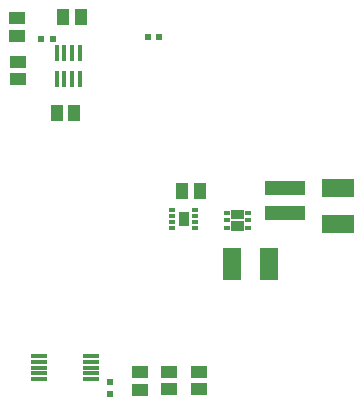
<source format=gtp>
G04 Layer_Color=8421504*
%FSLAX44Y44*%
%MOMM*%
G71*
G01*
G75*
%ADD10R,0.6000X0.5000*%
%ADD11R,0.5000X0.6000*%
%ADD12R,2.8000X1.5000*%
%ADD13R,1.5000X2.8000*%
%ADD14R,0.9000X1.3000*%
%ADD15R,0.5000X0.3000*%
%ADD16R,1.4000X0.3500*%
%ADD17R,1.4000X1.1000*%
%ADD18R,0.4700X0.3500*%
%ADD19R,0.4500X1.4000*%
%ADD20R,0.4500X1.4000*%
%ADD21R,0.4500X1.4000*%
%ADD22R,1.1000X1.4000*%
%ADD23R,3.4000X1.3000*%
G36*
X220130Y177403D02*
X209130D01*
Y185103D01*
X220130D01*
Y177403D01*
D02*
G37*
G36*
Y167703D02*
X209130D01*
Y175403D01*
X220130D01*
Y167703D01*
D02*
G37*
D10*
X148383Y331343D02*
D03*
X138383D02*
D03*
X48340Y330200D02*
D03*
X58340D02*
D03*
D11*
X106553Y29544D02*
D03*
Y39544D02*
D03*
D12*
X299974Y204095D02*
D03*
Y173095D02*
D03*
D13*
X241052Y139065D02*
D03*
X210052D02*
D03*
D14*
X168910Y177419D02*
D03*
D15*
X178910Y184919D02*
D03*
Y179919D02*
D03*
Y174919D02*
D03*
Y169919D02*
D03*
X158910D02*
D03*
Y174919D02*
D03*
Y179919D02*
D03*
Y184919D02*
D03*
D16*
X90834Y41689D02*
D03*
Y46689D02*
D03*
Y51689D02*
D03*
Y56689D02*
D03*
Y61689D02*
D03*
X46834Y41689D02*
D03*
Y46689D02*
D03*
Y51689D02*
D03*
Y56689D02*
D03*
Y61689D02*
D03*
D17*
X181610Y33267D02*
D03*
Y48267D02*
D03*
X27813Y347352D02*
D03*
Y332352D02*
D03*
X156464Y33267D02*
D03*
Y48267D02*
D03*
X132080Y33013D02*
D03*
Y48013D02*
D03*
X28829Y310776D02*
D03*
Y295776D02*
D03*
D18*
X214630Y181253D02*
D03*
Y171553D02*
D03*
X205480Y176403D02*
D03*
Y169903D02*
D03*
Y182903D02*
D03*
X223780D02*
D03*
Y169903D02*
D03*
Y176403D02*
D03*
D19*
X80870Y317959D02*
D03*
X74370D02*
D03*
X67870D02*
D03*
X61370D02*
D03*
D20*
X80870Y295959D02*
D03*
X74370Y295959D02*
D03*
X67870D02*
D03*
D21*
X61370D02*
D03*
D22*
X82176Y348107D02*
D03*
X67176D02*
D03*
X61334Y267589D02*
D03*
X76334D02*
D03*
X167760Y201549D02*
D03*
X182760D02*
D03*
D23*
X254508Y203921D02*
D03*
Y182921D02*
D03*
M02*

</source>
